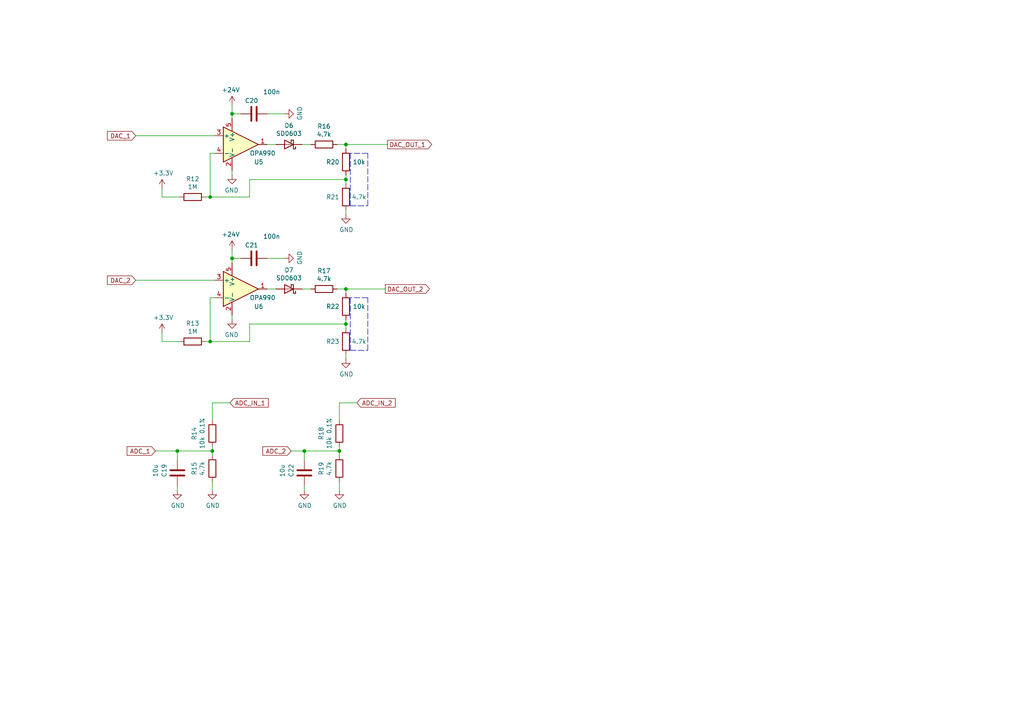
<source format=kicad_sch>
(kicad_sch (version 20211123) (generator eeschema)
  (paper "A4")
  (lib_symbols
    (symbol "Amplifier_Operational:OPA330xxDBV" (pin_names (offset 0.127))
      (property "Reference" "U" (at -1.27 6.35 0))
      (property "Value" "OPA330xxDBV" (at -1.27 3.81 0))
      (symbol "OPA330xxDBV_0_1"
        (polyline (pts (xy -5.08 5.08) (xy 5.08 0) (xy -5.08 -5.08) (xy -5.08 5.08)) (stroke (width 0.254)) (fill (type background)))
        (pin power_in line (at -2.54 -7.62 90) (length 3.81) (name "V-") (number "2"))
        (pin power_in line (at -2.54 7.62 270) (length 3.81) (name "V+") (number "5"))
      )
      (symbol "OPA330xxDBV_1_1"
        (pin output line (at 7.62 0 180) (length 2.54) (name "~") (number "1"))
        (pin input line (at -7.62 2.54 0) (length 2.54) (name "+") (number "3"))
        (pin input line (at -7.62 -2.54 0) (length 2.54) (name "-") (number "4"))
      )
    )
    (symbol "Device:C" (pin_numbers hide) (pin_names (offset 0.254))
      (property "Reference" "C" (at 0.635 2.54 0))
      (property "Value" "C" (at 0.635 -2.54 0))
      (symbol "C_0_1"
        (polyline (pts (xy -2.032 -0.762) (xy 2.032 -0.762)) (stroke (width 0.508)))
        (polyline (pts (xy -2.032 0.762) (xy 2.032 0.762)) (stroke (width 0.508)))
      )
      (symbol "C_1_1"
        (pin passive line (at 0 3.81 270) (length 2.794) (name "~") (number "1"))
        (pin passive line (at 0 -3.81 90) (length 2.794) (name "~") (number "2"))
      )
    )
    (symbol "Device:D_Schottky" (pin_numbers hide) (pin_names (offset 1.016) hide)
      (property "Reference" "D" (at 0 2.54 0))
      (property "Value" "D_Schottky" (at 0 -2.54 0))
      (symbol "D_Schottky_0_1"
        (polyline (pts (xy 1.27 0) (xy -1.27 0)))
        (polyline (pts (xy 1.27 1.27) (xy 1.27 -1.27) (xy -1.27 0) (xy 1.27 1.27)) (stroke (width 0.254)))
        (polyline (pts (xy -1.905 0.635) (xy -1.905 1.27) (xy -1.27 1.27) (xy -1.27 -1.27) (xy -0.635 -1.27) (xy -0.635 -0.635)) (stroke (width 0.254)))
      )
      (symbol "D_Schottky_1_1"
        (pin passive line (at -3.81 0 0) (length 2.54) (name "K") (number "1"))
        (pin passive line (at 3.81 0 180) (length 2.54) (name "A") (number "2"))
      )
    )
    (symbol "Device:R" (pin_numbers hide) (pin_names (offset 0))
      (property "Reference" "R" (at 2.032 0 90))
      (property "Value" "R" (at 0 0 90))
      (symbol "R_0_1"
        (rectangle (start -1.016 -2.54) (end 1.016 2.54) (stroke (width 0.254)))
      )
      (symbol "R_1_1"
        (pin passive line (at 0 3.81 270) (length 1.27) (name "~") (number "1"))
        (pin passive line (at 0 -3.81 90) (length 1.27) (name "~") (number "2"))
      )
    )
    (symbol "power:+24V" (power) (pin_names (offset 0))
      (property "Value" "+24V" (at 0 3.556 0))
      (symbol "+24V_0_1"
        (polyline (pts (xy -0.762 1.27) (xy 0 2.54)))
        (polyline (pts (xy 0 0) (xy 0 2.54)))
        (polyline (pts (xy 0 2.54) (xy 0.762 1.27)))
      )
      (symbol "+24V_1_1"
        (pin power_in line (at 0 0 90) (length 0) hide (name "+24V") (number "1"))
      )
    )
    (symbol "power:+3.3V" (power) (pin_names (offset 0))
      (property "Value" "+3.3V" (at 0 3.556 0))
      (symbol "+3.3V_0_1"
        (polyline (pts (xy -0.762 1.27) (xy 0 2.54)))
        (polyline (pts (xy 0 0) (xy 0 2.54)))
        (polyline (pts (xy 0 2.54) (xy 0.762 1.27)))
      )
      (symbol "+3.3V_1_1"
        (pin power_in line (at 0 0 90) (length 0) hide (name "+3.3V") (number "1"))
      )
    )
    (symbol "power:GND" (power) (pin_names (offset 0))
      (property "Value" "GND" (at 0 -3.81 0))
      (symbol "GND_0_1"
        (polyline (pts (xy 0 0) (xy 0 -1.27) (xy 1.27 -1.27) (xy 0 -2.54) (xy -1.27 -1.27) (xy 0 -1.27)))
      )
      (symbol "GND_1_1"
        (pin power_in line (at 0 0 270) (length 0) hide (name "GND") (number "1"))
      )
    )
  )
  (junction (at 51.435 130.81))
  (junction (at 67.31 33.02))
  (junction (at 100.33 93.98))
  (junction (at 88.265 130.81))
  (junction (at 100.33 41.91))
  (junction (at 61.595 130.81))
  (junction (at 67.31 74.93))
  (junction (at 100.33 83.82))
  (junction (at 60.96 57.15))
  (junction (at 98.425 130.81))
  (junction (at 60.96 99.06))
  (junction (at 100.33 52.07))
  (wire (pts (xy 72.39 93.98) (xy 100.33 93.98)))
  (wire (pts (xy 62.23 39.37) (xy 39.37 39.37)))
  (wire (pts (xy 60.96 44.45) (xy 60.96 57.15)))
  (polyline (pts (xy 101.6 59.69) (xy 106.68 59.69)))
  (wire (pts (xy 100.33 104.14) (xy 100.33 102.87)))
  (wire (pts (xy 100.33 62.23) (xy 100.33 60.96)))
  (wire (pts (xy 98.425 130.81) (xy 98.425 129.54)))
  (wire (pts (xy 100.33 53.34) (xy 100.33 52.07)))
  (wire (pts (xy 77.47 83.82) (xy 80.01 83.82)))
  (wire (pts (xy 69.85 33.02) (xy 67.31 33.02)))
  (wire (pts (xy 61.595 130.81) (xy 51.435 130.81)))
  (wire (pts (xy 46.99 99.06) (xy 46.99 96.52)))
  (wire (pts (xy 67.31 33.02) (xy 67.31 34.29)))
  (wire (pts (xy 98.425 130.81) (xy 88.265 130.81)))
  (wire (pts (xy 61.595 116.84) (xy 66.675 116.84)))
  (wire (pts (xy 72.39 99.06) (xy 72.39 93.98)))
  (wire (pts (xy 72.39 57.15) (xy 72.39 52.07)))
  (wire (pts (xy 61.595 130.81) (xy 61.595 129.54)))
  (polyline (pts (xy 101.6 44.45) (xy 101.6 59.69)))
  (polyline (pts (xy 101.6 101.6) (xy 106.68 101.6)))
  (wire (pts (xy 67.31 50.8) (xy 67.31 49.53)))
  (wire (pts (xy 100.33 95.25) (xy 100.33 93.98)))
  (wire (pts (xy 67.31 92.71) (xy 67.31 91.44)))
  (wire (pts (xy 100.33 83.82) (xy 111.76 83.82)))
  (wire (pts (xy 52.07 99.06) (xy 46.99 99.06)))
  (wire (pts (xy 59.69 57.15) (xy 60.96 57.15)))
  (wire (pts (xy 67.31 30.48) (xy 67.31 33.02)))
  (wire (pts (xy 60.96 57.15) (xy 72.39 57.15)))
  (wire (pts (xy 60.96 99.06) (xy 72.39 99.06)))
  (wire (pts (xy 87.63 41.91) (xy 90.17 41.91)))
  (wire (pts (xy 72.39 52.07) (xy 100.33 52.07)))
  (wire (pts (xy 67.31 72.39) (xy 67.31 74.93)))
  (wire (pts (xy 97.79 83.82) (xy 100.33 83.82)))
  (wire (pts (xy 45.085 130.81) (xy 51.435 130.81)))
  (polyline (pts (xy 106.68 59.69) (xy 106.68 44.45)))
  (wire (pts (xy 82.55 74.93) (xy 77.47 74.93)))
  (wire (pts (xy 62.23 44.45) (xy 60.96 44.45)))
  (wire (pts (xy 84.455 130.81) (xy 88.265 130.81)))
  (polyline (pts (xy 101.6 86.36) (xy 101.6 101.6)))
  (wire (pts (xy 98.425 142.24) (xy 98.425 139.7)))
  (wire (pts (xy 88.265 142.24) (xy 88.265 140.97)))
  (wire (pts (xy 100.33 43.18) (xy 100.33 41.91)))
  (wire (pts (xy 51.435 133.35) (xy 51.435 130.81)))
  (wire (pts (xy 46.99 57.15) (xy 46.99 54.61)))
  (wire (pts (xy 67.31 74.93) (xy 67.31 76.2)))
  (wire (pts (xy 100.33 93.98) (xy 100.33 92.71)))
  (wire (pts (xy 88.265 133.35) (xy 88.265 130.81)))
  (wire (pts (xy 61.595 142.24) (xy 61.595 139.7)))
  (wire (pts (xy 100.33 41.91) (xy 112.395 41.91)))
  (wire (pts (xy 98.425 132.08) (xy 98.425 130.81)))
  (wire (pts (xy 100.33 52.07) (xy 100.33 50.8)))
  (wire (pts (xy 62.23 86.36) (xy 60.96 86.36)))
  (wire (pts (xy 77.47 41.91) (xy 80.01 41.91)))
  (wire (pts (xy 98.425 116.84) (xy 98.425 121.92)))
  (wire (pts (xy 69.85 74.93) (xy 67.31 74.93)))
  (polyline (pts (xy 106.68 44.45) (xy 101.6 44.45)))
  (wire (pts (xy 51.435 142.24) (xy 51.435 140.97)))
  (wire (pts (xy 52.07 57.15) (xy 46.99 57.15)))
  (wire (pts (xy 103.505 116.84) (xy 98.425 116.84)))
  (wire (pts (xy 61.595 121.92) (xy 61.595 116.84)))
  (wire (pts (xy 59.69 99.06) (xy 60.96 99.06)))
  (wire (pts (xy 60.96 86.36) (xy 60.96 99.06)))
  (wire (pts (xy 62.23 81.28) (xy 39.37 81.28)))
  (wire (pts (xy 82.55 33.02) (xy 77.47 33.02)))
  (wire (pts (xy 87.63 83.82) (xy 90.17 83.82)))
  (polyline (pts (xy 106.68 101.6) (xy 106.68 86.36)))
  (wire (pts (xy 97.79 41.91) (xy 100.33 41.91)))
  (wire (pts (xy 100.33 85.09) (xy 100.33 83.82)))
  (wire (pts (xy 61.595 132.08) (xy 61.595 130.81)))
  (polyline (pts (xy 106.68 86.36) (xy 101.6 86.36)))
  (global_label "DAC_OUT_1" (shape output) (at 112.395 41.91 0) (property "Intersheet References" "${INTERSHEET_REFS}" (effects hide)))
  (global_label "DAC_OUT_2" (shape output) (at 111.76 83.82 0) (property "Intersheet References" "${INTERSHEET_REFS}" (effects hide)))
  (global_label "ADC_1" (shape input) (at 45.085 130.81 180) (property "Intersheet References" "${INTERSHEET_REFS}" (effects hide)))
  (global_label "DAC_2" (shape input) (at 39.37 81.28 180) (property "Intersheet References" "${INTERSHEET_REFS}" (effects hide)))
  (global_label "ADC_IN_2" (shape input) (at 103.505 116.84 0) (property "Intersheet References" "${INTERSHEET_REFS}" (effects hide)))
  (global_label "ADC_2" (shape input) (at 84.455 130.81 180) (property "Intersheet References" "${INTERSHEET_REFS}" (effects hide)))
  (global_label "DAC_1" (shape input) (at 39.37 39.37 180) (property "Intersheet References" "${INTERSHEET_REFS}" (effects hide)))
  (global_label "ADC_IN_1" (shape input) (at 66.675 116.84 0) (property "Intersheet References" "${INTERSHEET_REFS}" (effects hide)))
  (symbol (lib_id "power:GND") (at 82.55 74.93 90) (unit 1)
    (property "Reference" "#PWR0148" (effects hide))
    (property "Value" "GND" (at 86.9442 74.803 0))
  )
  (symbol (lib_id "Device:R") (at 55.88 99.06 270) (unit 1)
    (property "Reference" "R13" (at 55.88 93.8022 90))
    (property "Value" "1M" (at 55.88 96.1136 90))
    (property "Footprint" "Resistor_SMD:R_0603_1608Metric" (effects hide))
    (property "Datasheet" "https://www.mouser.ch/datasheet/2/315/AOA0000C301-1488782.pdf" (effects hide))
    (property "Hersteller Nr." "ERJ-3GEYJ105V" (effects hide))
    (property "Mouser Nr." "667-ERJ-3GEYJ105V" (effects hide))
  )
  (symbol (lib_id "power:GND") (at 82.55 33.02 90) (unit 1)
    (property "Reference" "#PWR0144" (effects hide))
    (property "Value" "GND" (at 86.9442 32.893 0))
  )
  (symbol (lib_id "Device:R") (at 98.425 125.73 0) (unit 1)
    (property "Reference" "R18" (at 93.1672 125.73 90))
    (property "Value" "10k 0.1%" (at 95.4786 125.73 90))
    (property "Footprint" "Resistor_SMD:R_0603_1608Metric" (effects hide))
    (property "Datasheet" "https://www.mouser.ch/datasheet/2/303/APC-1-15.34-911303.pdf" (effects hide))
    (property "Hersteller Nr." "APC0603B10K0N" (effects hide))
    (property "Mouser Nr." "284-APC0603B10K0N " (effects hide))
  )
  (symbol (lib_id "power:+24V") (at 67.31 72.39 0) (mirror y) (unit 1)
    (property "Reference" "#PWR0150" (effects hide))
    (property "Value" "+24V" (at 66.929 67.9958 0))
  )
  (symbol (lib_id "power:+3.3V") (at 46.99 54.61 0) (unit 1)
    (property "Reference" "#PWR0151" (effects hide))
    (property "Value" "+3.3V" (at 47.371 50.2158 0))
  )
  (symbol (lib_id "Device:R") (at 61.595 125.73 0) (unit 1)
    (property "Reference" "R14" (at 56.3372 125.73 90))
    (property "Value" "10k 0.1%" (at 58.6486 125.73 90))
    (property "Footprint" "Resistor_SMD:R_0603_1608Metric" (effects hide))
    (property "Datasheet" "https://www.mouser.ch/datasheet/2/303/APC-1-15.34-911303.pdf" (effects hide))
    (property "Hersteller Nr." "APC0603B10K0N" (effects hide))
    (property "Mouser Nr." "284-APC0603B10K0N " (effects hide))
  )
  (symbol (lib_id "power:+3.3V") (at 46.99 96.52 0) (unit 1)
    (property "Reference" "#PWR0153" (effects hide))
    (property "Value" "+3.3V" (at 47.371 92.1258 0))
  )
  (symbol (lib_id "Device:D_Schottky") (at 83.82 41.91 180) (unit 1)
    (property "Reference" "D6" (at 83.82 36.4236 0))
    (property "Value" "SD0603" (at 83.82 38.735 0))
    (property "Footprint" "Diode_SMD:D_0603_1608Metric" (effects hide))
    (property "Datasheet" "https://www.mouser.ch/datasheet/2/40/schottky-776407.pdf" (effects hide))
    (property "Hersteller Nr." "SD0603S040S0R2" (effects hide))
    (property "Mouser Nr." "581-SD0603S040S0R2 " (effects hide))
  )
  (symbol (lib_id "Device:C") (at 51.435 137.16 0) (unit 1)
    (property "Reference" "C19" (at 47.625 138.43 90) (effects (justify left)))
    (property "Value" "10u" (at 45.085 138.43 90) (effects (justify left)))
    (property "Footprint" "Capacitor_SMD:C_0603_1608Metric" (effects hide))
    (property "Datasheet" "https://www.mouser.ch/datasheet/2/585/MLCC-1837944.pdf" (effects hide))
    (property "Hersteller Nr." "CL10A106MA8NRNC" (effects hide))
    (property "Mouser Nr." "187-CL10A106MA8NRNC" (effects hide))
  )
  (symbol (lib_id "Amplifier_Operational:OPA330xxDBV") (at 69.85 83.82 0) (unit 1)
    (property "Reference" "U6" (at 73.66 88.9 0) (effects (justify left)))
    (property "Value" "OPA990" (at 72.39 86.36 0) (effects (justify left)))
    (property "Footprint" "Package_TO_SOT_SMD:SOT-23-5" (effects hide))
    (property "Datasheet" "https://www.ti.com/lit/ds/symlink/opa990.pdf" (effects hide))
    (property "Hersteller Nr." "OPA990IDBVR " (effects hide))
    (property "Mouser Nr." "595-OPA990IDBVR " (effects hide))
  )
  (symbol (lib_id "power:GND") (at 67.31 50.8 0) (mirror y) (unit 1)
    (property "Reference" "#PWR0152" (effects hide))
    (property "Value" "GND" (at 67.183 55.1942 0))
  )
  (symbol (lib_id "Device:C") (at 73.66 33.02 90) (mirror x) (unit 1)
    (property "Reference" "C20" (at 74.93 29.21 90) (effects (justify left)))
    (property "Value" "100n" (at 81.28 26.67 90) (effects (justify left)))
    (property "Footprint" "Capacitor_SMD:C_0603_1608Metric" (effects hide))
    (property "Datasheet" "https://www.mouser.ch/datasheet/2/585/MLCC-1837944.pdf" (effects hide))
    (property "Hersteller Nr." "CL10B104KB8NNWC" (effects hide))
    (property "Mouser Nr." "187-CL10B104KB8NNWC" (effects hide))
  )
  (symbol (lib_id "power:+24V") (at 67.31 30.48 0) (mirror y) (unit 1)
    (property "Reference" "#PWR0146" (effects hide))
    (property "Value" "+24V" (at 66.929 26.0858 0))
  )
  (symbol (lib_id "Device:C") (at 88.265 137.16 0) (unit 1)
    (property "Reference" "C22" (at 84.455 138.43 90) (effects (justify left)))
    (property "Value" "10u" (at 81.915 138.43 90) (effects (justify left)))
    (property "Footprint" "Capacitor_SMD:C_0603_1608Metric" (effects hide))
    (property "Datasheet" "https://www.mouser.ch/datasheet/2/585/MLCC-1837944.pdf" (effects hide))
    (property "Hersteller Nr." "CL10A106MA8NRNC" (effects hide))
    (property "Mouser Nr." "187-CL10A106MA8NRNC" (effects hide))
  )
  (symbol (lib_id "Device:R") (at 100.33 99.06 0) (unit 1)
    (property "Reference" "R23" (at 96.52 99.06 0))
    (property "Value" "4.7k" (at 104.14 99.06 0))
    (property "Footprint" "Resistor_SMD:R_0603_1608Metric" (effects hide))
    (property "Datasheet" "https://www.mouser.ch/datasheet/2/447/PYu_RT_1_to_0_01_RoHS_L_12-3003070.pdf" (effects hide))
    (property "Hersteller Nr." "RT0603FRE074K7" (effects hide))
    (property "Mouser Nr." "603-RT0603FRE074K7L" (effects hide))
  )
  (symbol (lib_id "Device:R") (at 100.33 46.99 0) (unit 1)
    (property "Reference" "R20" (at 96.52 46.99 0))
    (property "Value" "10k" (at 104.14 46.99 0))
    (property "Footprint" "Resistor_SMD:R_0603_1608Metric" (effects hide))
    (property "Datasheet" "https://www.mouser.ch/datasheet/2/447/PYu_RT_1_to_0_01_RoHS_L_12-3003070.pdf" (effects hide))
    (property "Hersteller Nr." "RT0603FRE0710KL" (effects hide))
    (property "Mouser Nr." "603-RT0603FRE0710KL" (effects hide))
  )
  (symbol (lib_id "power:GND") (at 61.595 142.24 0) (unit 1)
    (property "Reference" "#PWR0141" (effects hide))
    (property "Value" "GND" (at 61.722 146.6342 0))
  )
  (symbol (lib_id "Device:D_Schottky") (at 83.82 83.82 180) (unit 1)
    (property "Reference" "D7" (at 83.82 78.3336 0))
    (property "Value" "SD0603" (at 83.82 80.645 0))
    (property "Footprint" "Diode_SMD:D_0603_1608Metric" (effects hide))
    (property "Datasheet" "https://www.mouser.ch/datasheet/2/40/schottky-776407.pdf" (effects hide))
    (property "Hersteller Nr." "SD0603S040S0R2" (effects hide))
    (property "Mouser Nr." "581-SD0603S040S0R2 " (effects hide))
  )
  (symbol (lib_id "Device:R") (at 61.595 135.89 0) (unit 1)
    (property "Reference" "R15" (at 56.3372 135.89 90))
    (property "Value" "4.7k" (at 58.6486 135.89 90))
    (property "Footprint" "Resistor_SMD:R_0603_1608Metric" (effects hide))
    (property "Datasheet" "https://www.mouser.ch/datasheet/2/447/PYu_RT_1_to_0_01_RoHS_L_12-3003070.pdf" (effects hide))
    (property "Hersteller Nr." "RT0603FRE074K7" (effects hide))
    (property "Mouser Nr." "603-RT0603FRE074K7L" (effects hide))
  )
  (symbol (lib_id "Device:C") (at 73.66 74.93 90) (mirror x) (unit 1)
    (property "Reference" "C21" (at 74.93 71.12 90) (effects (justify left)))
    (property "Value" "100n" (at 81.28 68.58 90) (effects (justify left)))
    (property "Footprint" "Capacitor_SMD:C_0603_1608Metric" (effects hide))
    (property "Datasheet" "https://www.mouser.ch/datasheet/2/585/MLCC-1837944.pdf" (effects hide))
    (property "Hersteller Nr." "CL10B104KB8NNWC" (effects hide))
    (property "Mouser Nr." "187-CL10B104KB8NNWC" (effects hide))
  )
  (symbol (lib_id "power:GND") (at 88.265 142.24 0) (unit 1)
    (property "Reference" "#PWR0142" (effects hide))
    (property "Value" "GND" (at 88.392 146.6342 0))
  )
  (symbol (lib_id "power:GND") (at 67.31 92.71 0) (mirror y) (unit 1)
    (property "Reference" "#PWR0149" (effects hide))
    (property "Value" "GND" (at 67.183 97.1042 0))
  )
  (symbol (lib_id "power:GND") (at 51.435 142.24 0) (unit 1)
    (property "Reference" "#PWR0140" (effects hide))
    (property "Value" "GND" (at 51.562 146.6342 0))
  )
  (symbol (lib_id "power:GND") (at 100.33 62.23 0) (unit 1)
    (property "Reference" "#PWR0145" (effects hide))
    (property "Value" "GND" (at 100.457 66.6242 0))
  )
  (symbol (lib_id "Device:R") (at 98.425 135.89 0) (unit 1)
    (property "Reference" "R19" (at 93.1672 135.89 90))
    (property "Value" "4.7k" (at 95.4786 135.89 90))
    (property "Footprint" "Resistor_SMD:R_0603_1608Metric" (effects hide))
    (property "Datasheet" "https://www.mouser.ch/datasheet/2/447/PYu_RT_1_to_0_01_RoHS_L_12-3003070.pdf" (effects hide))
    (property "Hersteller Nr." "RT0603FRE074K7" (effects hide))
    (property "Mouser Nr." "603-RT0603FRE074K7L" (effects hide))
  )
  (symbol (lib_id "Device:R") (at 55.88 57.15 270) (unit 1)
    (property "Reference" "R12" (at 55.88 51.8922 90))
    (property "Value" "1M" (at 55.88 54.2036 90))
    (property "Footprint" "Resistor_SMD:R_0603_1608Metric" (effects hide))
    (property "Datasheet" "https://www.mouser.ch/datasheet/2/315/AOA0000C301-1488782.pdf" (effects hide))
    (property "Hersteller Nr." "ERJ-3GEYJ105V" (effects hide))
    (property "Mouser Nr." "667-ERJ-3GEYJ105V" (effects hide))
  )
  (symbol (lib_id "Device:R") (at 100.33 57.15 0) (unit 1)
    (property "Reference" "R21" (at 96.52 57.15 0))
    (property "Value" "4.7k" (at 104.14 57.15 0))
    (property "Footprint" "Resistor_SMD:R_0603_1608Metric" (effects hide))
    (property "Datasheet" "https://www.mouser.ch/datasheet/2/447/PYu_RT_1_to_0_01_RoHS_L_12-3003070.pdf" (effects hide))
    (property "Hersteller Nr." "RT0603FRE074K7" (effects hide))
    (property "Mouser Nr." "603-RT0603FRE074K7L" (effects hide))
  )
  (symbol (lib_id "Device:R") (at 100.33 88.9 0) (unit 1)
    (property "Reference" "R22" (at 96.52 88.9 0))
    (property "Value" "10k" (at 104.14 88.9 0))
    (property "Footprint" "Resistor_SMD:R_0603_1608Metric" (effects hide))
    (property "Datasheet" "https://www.mouser.ch/datasheet/2/447/PYu_RT_1_to_0_01_RoHS_L_12-3003070.pdf" (effects hide))
    (property "Hersteller Nr." "RT0603FRE0710KL" (effects hide))
    (property "Mouser Nr." "603-RT0603FRE0710KL" (effects hide))
  )
  (symbol (lib_id "Device:R") (at 93.98 41.91 270) (unit 1)
    (property "Reference" "R16" (at 93.98 36.6522 90))
    (property "Value" "4.7k" (at 93.98 38.9636 90))
    (property "Footprint" "Resistor_SMD:R_0603_1608Metric" (effects hide))
    (property "Datasheet" "https://www.mouser.ch/datasheet/2/447/PYu_RT_1_to_0_01_RoHS_L_12-3003070.pdf" (effects hide))
    (property "Hersteller Nr." "RT0603FRE074K7" (effects hide))
    (property "Mouser Nr." "603-RT0603FRE074K7L" (effects hide))
  )
  (symbol (lib_id "power:GND") (at 100.33 104.14 0) (unit 1)
    (property "Reference" "#PWR0147" (effects hide))
    (property "Value" "GND" (at 100.457 108.5342 0))
  )
  (symbol (lib_id "Amplifier_Operational:OPA330xxDBV") (at 69.85 41.91 0) (unit 1)
    (property "Reference" "U5" (at 73.66 46.99 0) (effects (justify left)))
    (property "Value" "OPA990" (at 72.39 44.45 0) (effects (justify left)))
    (property "Footprint" "Package_TO_SOT_SMD:SOT-23-5" (effects hide))
    (property "Datasheet" "https://www.ti.com/lit/ds/symlink/opa990.pdf" (effects hide))
    (property "Hersteller Nr." "OPA990IDBVR " (effects hide))
    (property "Mouser Nr." "595-OPA990IDBVR " (effects hide))
  )
  (symbol (lib_id "Device:R") (at 93.98 83.82 270) (unit 1)
    (property "Reference" "R17" (at 93.98 78.5622 90))
    (property "Value" "4.7k" (at 93.98 80.8736 90))
    (property "Footprint" "Resistor_SMD:R_0603_1608Metric" (effects hide))
    (property "Datasheet" "https://www.mouser.ch/datasheet/2/447/PYu_RT_1_to_0_01_RoHS_L_12-3003070.pdf" (effects hide))
    (property "Hersteller Nr." "RT0603FRE074K7" (effects hide))
    (property "Mouser Nr." "603-RT0603FRE074K7L" (effects hide))
  )
  (symbol (lib_id "power:GND") (at 98.425 142.24 0) (unit 1)
    (property "Reference" "#PWR0143" (effects hide))
    (property "Value" "GND" (at 98.552 146.6342 0))
  )
)
</source>
